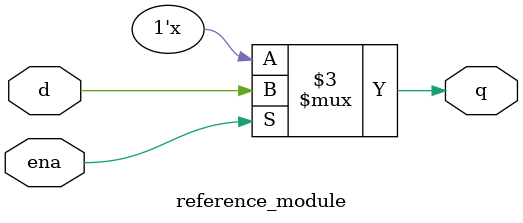
<source format=sv>
module reference_module (
	input d,
	input ena,
	output logic q
);

	always@(*) begin
		if (ena)
			q = d;
	end

endmodule

</source>
